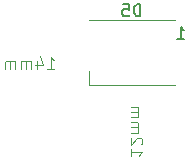
<source format=gbr>
%TF.GenerationSoftware,KiCad,Pcbnew,8.0.0*%
%TF.CreationDate,2024-10-07T09:35:36-04:00*%
%TF.ProjectId,orpheuspad_pcb,6f727068-6575-4737-9061-645f7063622e,rev?*%
%TF.SameCoordinates,Original*%
%TF.FileFunction,Legend,Bot*%
%TF.FilePolarity,Positive*%
%FSLAX46Y46*%
G04 Gerber Fmt 4.6, Leading zero omitted, Abs format (unit mm)*
G04 Created by KiCad (PCBNEW 8.0.0) date 2024-10-07 09:35:36*
%MOMM*%
%LPD*%
G01*
G04 APERTURE LIST*
%ADD10C,0.100000*%
%ADD11C,0.150000*%
%ADD12C,0.120000*%
%ADD13R,1.600000X1.600000*%
%ADD14O,1.600000X1.600000*%
%ADD15R,3.500000X1.700000*%
%ADD16O,3.600000X1.700000*%
%ADD17O,3.700000X1.700000*%
%ADD18R,1.700000X1.700000*%
%ADD19O,1.700000X1.700000*%
%ADD20C,1.701800*%
%ADD21C,3.987800*%
%ADD22C,2.300000*%
%ADD23R,2.000000X2.000000*%
%ADD24C,2.000000*%
%ADD25R,3.200000X2.000000*%
%ADD26C,3.200000*%
%ADD27R,1.500000X0.900000*%
G04 APERTURE END LIST*
D10*
X114300580Y-125283306D02*
X114300580Y-125854734D01*
X114300580Y-125569020D02*
X115300580Y-125569020D01*
X115300580Y-125569020D02*
X115157723Y-125664258D01*
X115157723Y-125664258D02*
X115062485Y-125759496D01*
X115062485Y-125759496D02*
X115014866Y-125854734D01*
X115205342Y-124902353D02*
X115252961Y-124854734D01*
X115252961Y-124854734D02*
X115300580Y-124759496D01*
X115300580Y-124759496D02*
X115300580Y-124521401D01*
X115300580Y-124521401D02*
X115252961Y-124426163D01*
X115252961Y-124426163D02*
X115205342Y-124378544D01*
X115205342Y-124378544D02*
X115110104Y-124330925D01*
X115110104Y-124330925D02*
X115014866Y-124330925D01*
X115014866Y-124330925D02*
X114872009Y-124378544D01*
X114872009Y-124378544D02*
X114300580Y-124949972D01*
X114300580Y-124949972D02*
X114300580Y-124330925D01*
X114300580Y-123902353D02*
X114967247Y-123902353D01*
X114872009Y-123902353D02*
X114919628Y-123854734D01*
X114919628Y-123854734D02*
X114967247Y-123759496D01*
X114967247Y-123759496D02*
X114967247Y-123616639D01*
X114967247Y-123616639D02*
X114919628Y-123521401D01*
X114919628Y-123521401D02*
X114824390Y-123473782D01*
X114824390Y-123473782D02*
X114300580Y-123473782D01*
X114824390Y-123473782D02*
X114919628Y-123426163D01*
X114919628Y-123426163D02*
X114967247Y-123330925D01*
X114967247Y-123330925D02*
X114967247Y-123188068D01*
X114967247Y-123188068D02*
X114919628Y-123092829D01*
X114919628Y-123092829D02*
X114824390Y-123045210D01*
X114824390Y-123045210D02*
X114300580Y-123045210D01*
X114300580Y-122569020D02*
X114967247Y-122569020D01*
X114872009Y-122569020D02*
X114919628Y-122521401D01*
X114919628Y-122521401D02*
X114967247Y-122426163D01*
X114967247Y-122426163D02*
X114967247Y-122283306D01*
X114967247Y-122283306D02*
X114919628Y-122188068D01*
X114919628Y-122188068D02*
X114824390Y-122140449D01*
X114824390Y-122140449D02*
X114300580Y-122140449D01*
X114824390Y-122140449D02*
X114919628Y-122092830D01*
X114919628Y-122092830D02*
X114967247Y-121997592D01*
X114967247Y-121997592D02*
X114967247Y-121854735D01*
X114967247Y-121854735D02*
X114919628Y-121759496D01*
X114919628Y-121759496D02*
X114824390Y-121711877D01*
X114824390Y-121711877D02*
X114300580Y-121711877D01*
X107249306Y-118490419D02*
X107820734Y-118490419D01*
X107535020Y-118490419D02*
X107535020Y-117490419D01*
X107535020Y-117490419D02*
X107630258Y-117633276D01*
X107630258Y-117633276D02*
X107725496Y-117728514D01*
X107725496Y-117728514D02*
X107820734Y-117776133D01*
X106392163Y-117823752D02*
X106392163Y-118490419D01*
X106630258Y-117442800D02*
X106868353Y-118157085D01*
X106868353Y-118157085D02*
X106249306Y-118157085D01*
X105868353Y-118490419D02*
X105868353Y-117823752D01*
X105868353Y-117918990D02*
X105820734Y-117871371D01*
X105820734Y-117871371D02*
X105725496Y-117823752D01*
X105725496Y-117823752D02*
X105582639Y-117823752D01*
X105582639Y-117823752D02*
X105487401Y-117871371D01*
X105487401Y-117871371D02*
X105439782Y-117966609D01*
X105439782Y-117966609D02*
X105439782Y-118490419D01*
X105439782Y-117966609D02*
X105392163Y-117871371D01*
X105392163Y-117871371D02*
X105296925Y-117823752D01*
X105296925Y-117823752D02*
X105154068Y-117823752D01*
X105154068Y-117823752D02*
X105058829Y-117871371D01*
X105058829Y-117871371D02*
X105011210Y-117966609D01*
X105011210Y-117966609D02*
X105011210Y-118490419D01*
X104535020Y-118490419D02*
X104535020Y-117823752D01*
X104535020Y-117918990D02*
X104487401Y-117871371D01*
X104487401Y-117871371D02*
X104392163Y-117823752D01*
X104392163Y-117823752D02*
X104249306Y-117823752D01*
X104249306Y-117823752D02*
X104154068Y-117871371D01*
X104154068Y-117871371D02*
X104106449Y-117966609D01*
X104106449Y-117966609D02*
X104106449Y-118490419D01*
X104106449Y-117966609D02*
X104058830Y-117871371D01*
X104058830Y-117871371D02*
X103963592Y-117823752D01*
X103963592Y-117823752D02*
X103820735Y-117823752D01*
X103820735Y-117823752D02*
X103725496Y-117871371D01*
X103725496Y-117871371D02*
X103677877Y-117966609D01*
X103677877Y-117966609D02*
X103677877Y-118490419D01*
D11*
X115128094Y-114049819D02*
X115128094Y-113049819D01*
X115128094Y-113049819D02*
X114889999Y-113049819D01*
X114889999Y-113049819D02*
X114747142Y-113097438D01*
X114747142Y-113097438D02*
X114651904Y-113192676D01*
X114651904Y-113192676D02*
X114604285Y-113287914D01*
X114604285Y-113287914D02*
X114556666Y-113478390D01*
X114556666Y-113478390D02*
X114556666Y-113621247D01*
X114556666Y-113621247D02*
X114604285Y-113811723D01*
X114604285Y-113811723D02*
X114651904Y-113906961D01*
X114651904Y-113906961D02*
X114747142Y-114002200D01*
X114747142Y-114002200D02*
X114889999Y-114049819D01*
X114889999Y-114049819D02*
X115128094Y-114049819D01*
X113651904Y-113049819D02*
X114128094Y-113049819D01*
X114128094Y-113049819D02*
X114175713Y-113526009D01*
X114175713Y-113526009D02*
X114128094Y-113478390D01*
X114128094Y-113478390D02*
X114032856Y-113430771D01*
X114032856Y-113430771D02*
X113794761Y-113430771D01*
X113794761Y-113430771D02*
X113699523Y-113478390D01*
X113699523Y-113478390D02*
X113651904Y-113526009D01*
X113651904Y-113526009D02*
X113604285Y-113621247D01*
X113604285Y-113621247D02*
X113604285Y-113859342D01*
X113604285Y-113859342D02*
X113651904Y-113954580D01*
X113651904Y-113954580D02*
X113699523Y-114002200D01*
X113699523Y-114002200D02*
X113794761Y-114049819D01*
X113794761Y-114049819D02*
X114032856Y-114049819D01*
X114032856Y-114049819D02*
X114128094Y-114002200D01*
X114128094Y-114002200D02*
X114175713Y-113954580D01*
X118254285Y-115949819D02*
X118825713Y-115949819D01*
X118539999Y-115949819D02*
X118539999Y-114949819D01*
X118539999Y-114949819D02*
X118635237Y-115092676D01*
X118635237Y-115092676D02*
X118730475Y-115187914D01*
X118730475Y-115187914D02*
X118825713Y-115235533D01*
D12*
%TO.C,D5*%
X110740000Y-114345000D02*
X118040000Y-114345000D01*
X110740000Y-118695000D02*
X110740000Y-119845000D01*
X110740000Y-119845000D02*
X118040000Y-119845000D01*
%TD*%
%LPC*%
D13*
%TO.C,D4*%
X110331250Y-99695000D03*
D14*
X110331250Y-107315000D03*
%TD*%
D15*
%TO.C,U1*%
X103511000Y-75565000D03*
D16*
X103511000Y-78105000D03*
X103511000Y-80645000D03*
X103511000Y-83185000D03*
X103511000Y-85725000D03*
X103511000Y-88265000D03*
X103511000Y-90805000D03*
X120761000Y-90805000D03*
X120761000Y-88265000D03*
X120761000Y-85725000D03*
D17*
X120761000Y-83185000D03*
X120761000Y-80645000D03*
X120761000Y-78105000D03*
X120761000Y-75565000D03*
%TD*%
D13*
%TO.C,D1*%
X113506250Y-99695000D03*
D14*
X113506250Y-107315000D03*
%TD*%
D18*
%TO.C,J1*%
X151511000Y-78232000D03*
D19*
X151511000Y-80772000D03*
X151511000Y-83312000D03*
X151511000Y-85852000D03*
%TD*%
D20*
%TO.C,SW4*%
X156658000Y-119475250D03*
D21*
X161738000Y-119475250D03*
D20*
X166818000Y-119475250D03*
D22*
X157928000Y-116935250D03*
X164278000Y-114395250D03*
%TD*%
D20*
%TO.C,SW5*%
X175835000Y-119475250D03*
D21*
X180915000Y-119475250D03*
D20*
X185995000Y-119475250D03*
D22*
X177105000Y-116935250D03*
X183455000Y-114395250D03*
%TD*%
D13*
%TO.C,D2*%
X107156250Y-99695000D03*
D14*
X107156250Y-107315000D03*
%TD*%
D23*
%TO.C,ENCODER*%
X173669000Y-97365750D03*
D24*
X173669000Y-102365750D03*
X173669000Y-99865750D03*
D25*
X181169000Y-94265750D03*
X181169000Y-105465750D03*
D24*
X188169000Y-102365750D03*
X188169000Y-97365750D03*
%TD*%
D26*
%TO.C,REF\u002A\u002A*%
X140397000Y-104072750D03*
%TD*%
D13*
%TO.C,D3*%
X116681250Y-99695000D03*
D14*
X116681250Y-107315000D03*
%TD*%
D13*
%TO.C,D9*%
X185547000Y-78105000D03*
D14*
X185547000Y-85725000D03*
%TD*%
D20*
%TO.C,SW3*%
X137608000Y-119520000D03*
D21*
X142688000Y-119520000D03*
D20*
X147768000Y-119520000D03*
D22*
X138878000Y-116980000D03*
X145228000Y-114440000D03*
%TD*%
D20*
%TO.C,SW2*%
X156718000Y-100330000D03*
D21*
X161798000Y-100330000D03*
D20*
X166878000Y-100330000D03*
D22*
X157988000Y-97790000D03*
X164338000Y-95250000D03*
%TD*%
D27*
%TO.C,D5*%
X116840000Y-115445000D03*
X116840000Y-118745000D03*
X111940000Y-118745000D03*
X111940000Y-115445000D03*
%TD*%
%LPD*%
M02*

</source>
